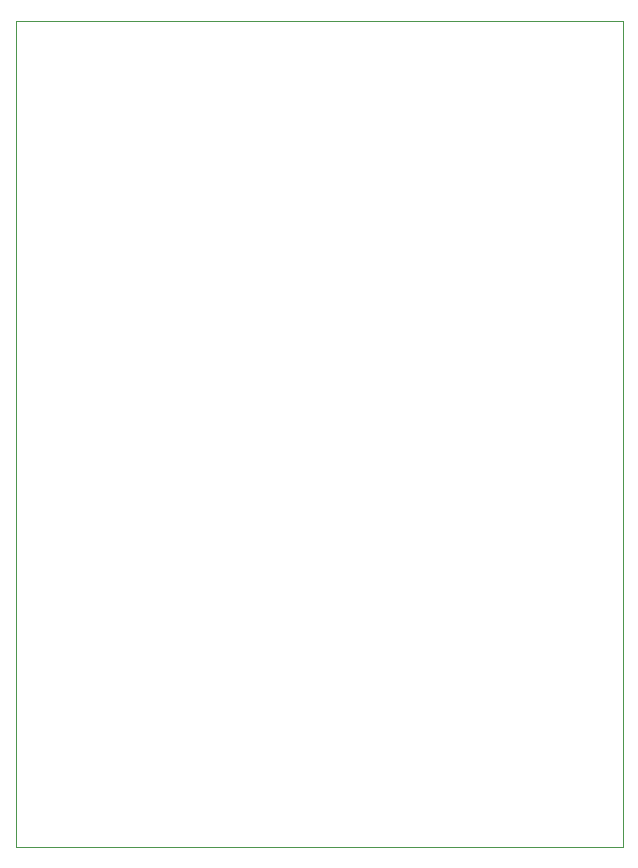
<source format=gbr>
%TF.GenerationSoftware,KiCad,Pcbnew,7.0.8*%
%TF.CreationDate,2024-06-11T21:18:21+02:00*%
%TF.ProjectId,Stima V4 GSM R1_1,5374696d-6120-4563-9420-47534d205231,rev?*%
%TF.SameCoordinates,Original*%
%TF.FileFunction,Profile,NP*%
%FSLAX46Y46*%
G04 Gerber Fmt 4.6, Leading zero omitted, Abs format (unit mm)*
G04 Created by KiCad (PCBNEW 7.0.8) date 2024-06-11 21:18:21*
%MOMM*%
%LPD*%
G01*
G04 APERTURE LIST*
%TA.AperFunction,Profile*%
%ADD10C,0.050000*%
%TD*%
G04 APERTURE END LIST*
D10*
X122783600Y-139992100D02*
X122783600Y-70015100D01*
X122783600Y-70015100D02*
X174218600Y-70015100D01*
X174218600Y-70015100D02*
X174218600Y-139992090D01*
X174218600Y-139992090D02*
X122783600Y-139992100D01*
M02*

</source>
